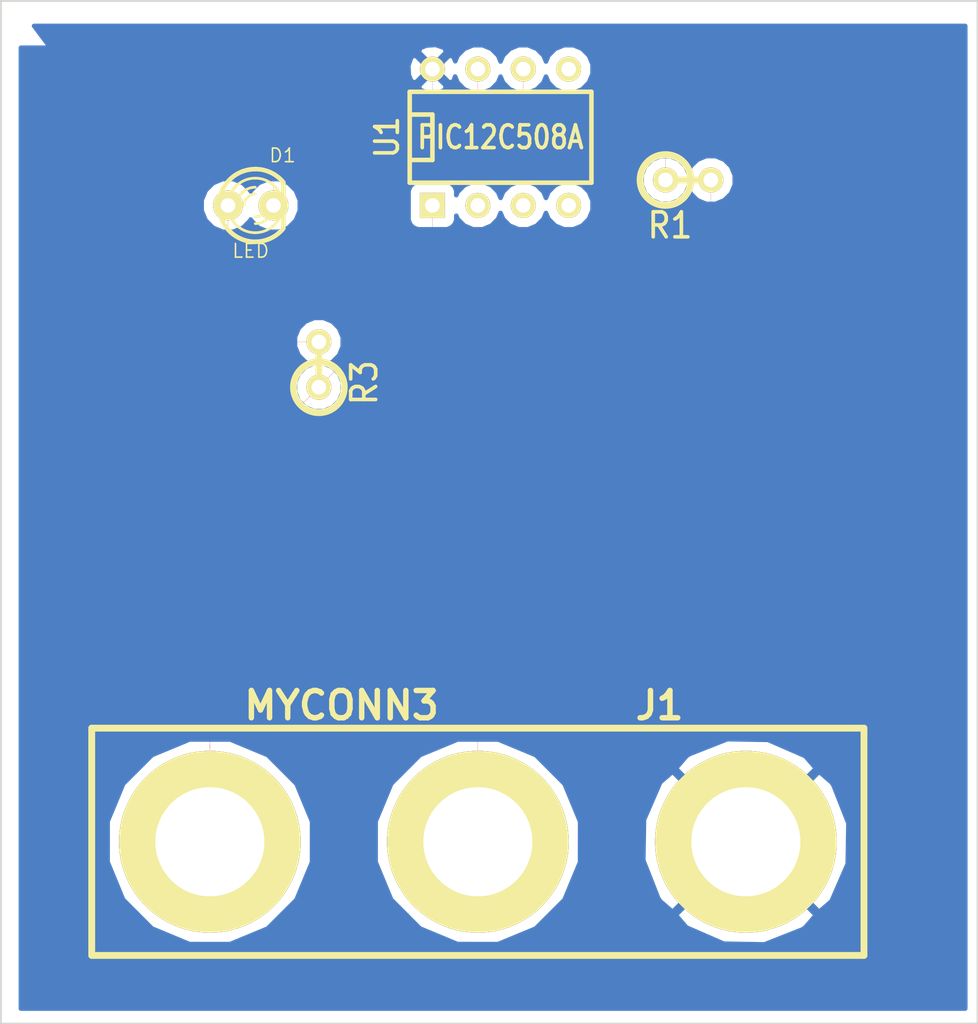
<source format=kicad_pcb>
(kicad_pcb (version 3) (host pcbnew "(22-Jun-2014 BZR 4027)-stable")

  (general
    (links 7)
    (no_connects 0)
    (area 157.429999 52.019999 212.140001 109.270001)
    (thickness 1.6)
    (drawings 4)
    (tracks 30)
    (zones 0)
    (modules 5)
    (nets 7)
  )

  (page A3)
  (layers
    (15 F.Cu signal)
    (0 B.Cu signal)
    (16 B.Adhes user)
    (17 F.Adhes user)
    (18 B.Paste user)
    (19 F.Paste user)
    (20 B.SilkS user)
    (21 F.SilkS user)
    (22 B.Mask user)
    (23 F.Mask user)
    (24 Dwgs.User user)
    (25 Cmts.User user)
    (26 Eco1.User user)
    (27 Eco2.User user)
    (28 Edge.Cuts user)
  )

  (setup
    (last_trace_width 0.01)
    (trace_clearance 0.015)
    (zone_clearance 0.508)
    (zone_45_only yes)
    (trace_min 0)
    (segment_width 0.2)
    (edge_width 0.1)
    (via_size 0.035)
    (via_drill 0.025)
    (via_min_size 0)
    (via_min_drill 0)
    (uvia_size 0.02)
    (uvia_drill 0.005)
    (uvias_allowed no)
    (uvia_min_size 0.02)
    (uvia_min_drill 0.005)
    (pcb_text_width 0.3)
    (pcb_text_size 1.5 1.5)
    (mod_edge_width 0.15)
    (mod_text_size 1 1)
    (mod_text_width 0.15)
    (pad_size 1.5 1.5)
    (pad_drill 0.6)
    (pad_to_mask_clearance 0)
    (aux_axis_origin 0 0)
    (visible_elements FFFFFFBF)
    (pcbplotparams
      (layerselection 3178497)
      (usegerberextensions true)
      (excludeedgelayer true)
      (linewidth 0.150000)
      (plotframeref false)
      (viasonmask false)
      (mode 1)
      (useauxorigin false)
      (hpglpennumber 1)
      (hpglpenspeed 20)
      (hpglpendiameter 15)
      (hpglpenoverlay 2)
      (psnegative false)
      (psa4output false)
      (plotreference true)
      (plotvalue true)
      (plotothertext true)
      (plotinvisibletext false)
      (padsonsilk false)
      (subtractmaskfromsilk false)
      (outputformat 1)
      (mirror false)
      (drillshape 1)
      (scaleselection 1)
      (outputdirectory ""))
  )

  (net 0 "")
  (net 1 /input)
  (net 2 /uctoled)
  (net 3 GND)
  (net 4 N-0000010)
  (net 5 N-000002)
  (net 6 VCC)

  (net_class Default "This is the default net class."
    (clearance 0.015)
    (trace_width 0.01)
    (via_dia 0.035)
    (via_drill 0.025)
    (uvia_dia 0.02)
    (uvia_drill 0.005)
    (add_net "")
    (add_net /input)
    (add_net /uctoled)
    (add_net GND)
    (add_net N-0000010)
    (add_net N-000002)
    (add_net VCC)
  )

  (module R1 (layer F.Cu) (tedit 200000) (tstamp 581811AB)
    (at 175.26 72.39 90)
    (descr "Resistance verticale")
    (tags R)
    (path /58169700)
    (autoplace_cost90 10)
    (autoplace_cost180 10)
    (fp_text reference R3 (at -1.016 2.54 90) (layer F.SilkS)
      (effects (font (size 1.397 1.27) (thickness 0.2032)))
    )
    (fp_text value R (at -1.143 2.54 90) (layer F.SilkS) hide
      (effects (font (size 1.397 1.27) (thickness 0.2032)))
    )
    (fp_line (start -1.27 0) (end 1.27 0) (layer F.SilkS) (width 0.381))
    (fp_circle (center -1.27 0) (end -0.635 1.27) (layer F.SilkS) (width 0.381))
    (pad 1 thru_hole circle (at -1.27 0 90) (size 1.397 1.397) (drill 0.8128)
      (layers *.Cu *.Mask F.SilkS)
      (net 6 VCC)
    )
    (pad 2 thru_hole circle (at 1.27 0 90) (size 1.397 1.397) (drill 0.8128)
      (layers *.Cu *.Mask F.SilkS)
      (net 4 N-0000010)
    )
    (model discret/verti_resistor.wrl
      (at (xyz 0 0 0))
      (scale (xyz 1 1 1))
      (rotate (xyz 0 0 0))
    )
  )

  (module R1 (layer F.Cu) (tedit 200000) (tstamp 581811B3)
    (at 195.9102 62.0776)
    (descr "Resistance verticale")
    (tags R)
    (path /581698A1)
    (autoplace_cost90 10)
    (autoplace_cost180 10)
    (fp_text reference R1 (at -1.016 2.54) (layer F.SilkS)
      (effects (font (size 1.397 1.27) (thickness 0.2032)))
    )
    (fp_text value 100 (at -1.143 2.54) (layer F.SilkS) hide
      (effects (font (size 1.397 1.27) (thickness 0.2032)))
    )
    (fp_line (start -1.27 0) (end 1.27 0) (layer F.SilkS) (width 0.381))
    (fp_circle (center -1.27 0) (end -0.635 1.27) (layer F.SilkS) (width 0.381))
    (pad 1 thru_hole circle (at -1.27 0) (size 1.397 1.397) (drill 0.8128)
      (layers *.Cu *.Mask F.SilkS)
      (net 1 /input)
    )
    (pad 2 thru_hole circle (at 1.27 0) (size 1.397 1.397) (drill 0.8128)
      (layers *.Cu *.Mask F.SilkS)
      (net 5 N-000002)
    )
    (model discret/verti_resistor.wrl
      (at (xyz 0 0 0))
      (scale (xyz 1 1 1))
      (rotate (xyz 0 0 0))
    )
  )

  (module LED-3MM (layer F.Cu) (tedit 50ADE848) (tstamp 581811CC)
    (at 171.45 63.5)
    (descr "LED 3mm - Lead pitch 100mil (2,54mm)")
    (tags "LED led 3mm 3MM 100mil 2,54mm")
    (path /581699E6)
    (fp_text reference D1 (at 1.778 -2.794) (layer F.SilkS)
      (effects (font (size 0.762 0.762) (thickness 0.0889)))
    )
    (fp_text value LED (at 0 2.54) (layer F.SilkS)
      (effects (font (size 0.762 0.762) (thickness 0.0889)))
    )
    (fp_line (start 1.8288 1.27) (end 1.8288 -1.27) (layer F.SilkS) (width 0.254))
    (fp_arc (start 0.254 0) (end -1.27 0) (angle 39.8) (layer F.SilkS) (width 0.1524))
    (fp_arc (start 0.254 0) (end -0.88392 1.01092) (angle 41.6) (layer F.SilkS) (width 0.1524))
    (fp_arc (start 0.254 0) (end 1.4097 -0.9906) (angle 40.6) (layer F.SilkS) (width 0.1524))
    (fp_arc (start 0.254 0) (end 1.778 0) (angle 39.8) (layer F.SilkS) (width 0.1524))
    (fp_arc (start 0.254 0) (end 0.254 -1.524) (angle 54.4) (layer F.SilkS) (width 0.1524))
    (fp_arc (start 0.254 0) (end -0.9652 -0.9144) (angle 53.1) (layer F.SilkS) (width 0.1524))
    (fp_arc (start 0.254 0) (end 1.45542 0.93472) (angle 52.1) (layer F.SilkS) (width 0.1524))
    (fp_arc (start 0.254 0) (end 0.254 1.524) (angle 52.1) (layer F.SilkS) (width 0.1524))
    (fp_arc (start 0.254 0) (end -0.381 0) (angle 90) (layer F.SilkS) (width 0.1524))
    (fp_arc (start 0.254 0) (end -0.762 0) (angle 90) (layer F.SilkS) (width 0.1524))
    (fp_arc (start 0.254 0) (end 0.889 0) (angle 90) (layer F.SilkS) (width 0.1524))
    (fp_arc (start 0.254 0) (end 1.27 0) (angle 90) (layer F.SilkS) (width 0.1524))
    (fp_arc (start 0.254 0) (end 0.254 -2.032) (angle 50.1) (layer F.SilkS) (width 0.254))
    (fp_arc (start 0.254 0) (end -1.5367 -0.95504) (angle 61.9) (layer F.SilkS) (width 0.254))
    (fp_arc (start 0.254 0) (end 1.8034 1.31064) (angle 49.7) (layer F.SilkS) (width 0.254))
    (fp_arc (start 0.254 0) (end 0.254 2.032) (angle 60.2) (layer F.SilkS) (width 0.254))
    (fp_arc (start 0.254 0) (end -1.778 0) (angle 28.3) (layer F.SilkS) (width 0.254))
    (fp_arc (start 0.254 0) (end -1.47574 1.06426) (angle 31.6) (layer F.SilkS) (width 0.254))
    (pad 1 thru_hole circle (at -1.27 0) (size 1.6764 1.6764) (drill 0.8128)
      (layers *.Cu *.Mask F.SilkS)
      (net 4 N-0000010)
    )
    (pad 2 thru_hole circle (at 1.27 0) (size 1.6764 1.6764) (drill 0.8128)
      (layers *.Cu *.Mask F.SilkS)
      (net 2 /uctoled)
    )
    (model discret/leds/led3_vertical_verde.wrl
      (at (xyz 0 0 0))
      (scale (xyz 1 1 1))
      (rotate (xyz 0 0 0))
    )
  )

  (module DIP-8__300 (layer F.Cu) (tedit 43A7F843) (tstamp 581811DF)
    (at 185.42 59.69)
    (descr "8 pins DIL package, round pads")
    (tags DIL)
    (path /58169933)
    (fp_text reference U1 (at -6.35 0 90) (layer F.SilkS)
      (effects (font (size 1.27 1.143) (thickness 0.2032)))
    )
    (fp_text value PIC12C508A (at 0 0) (layer F.SilkS)
      (effects (font (size 1.27 1.016) (thickness 0.2032)))
    )
    (fp_line (start -5.08 -1.27) (end -3.81 -1.27) (layer F.SilkS) (width 0.254))
    (fp_line (start -3.81 -1.27) (end -3.81 1.27) (layer F.SilkS) (width 0.254))
    (fp_line (start -3.81 1.27) (end -5.08 1.27) (layer F.SilkS) (width 0.254))
    (fp_line (start -5.08 -2.54) (end 5.08 -2.54) (layer F.SilkS) (width 0.254))
    (fp_line (start 5.08 -2.54) (end 5.08 2.54) (layer F.SilkS) (width 0.254))
    (fp_line (start 5.08 2.54) (end -5.08 2.54) (layer F.SilkS) (width 0.254))
    (fp_line (start -5.08 2.54) (end -5.08 -2.54) (layer F.SilkS) (width 0.254))
    (pad 1 thru_hole rect (at -3.81 3.81) (size 1.397 1.397) (drill 0.8128)
      (layers *.Cu *.Mask F.SilkS)
      (net 6 VCC)
    )
    (pad 2 thru_hole circle (at -1.27 3.81) (size 1.397 1.397) (drill 0.8128)
      (layers *.Cu *.Mask F.SilkS)
    )
    (pad 3 thru_hole circle (at 1.27 3.81) (size 1.397 1.397) (drill 0.8128)
      (layers *.Cu *.Mask F.SilkS)
    )
    (pad 4 thru_hole circle (at 3.81 3.81) (size 1.397 1.397) (drill 0.8128)
      (layers *.Cu *.Mask F.SilkS)
    )
    (pad 5 thru_hole circle (at 3.81 -3.81) (size 1.397 1.397) (drill 0.8128)
      (layers *.Cu *.Mask F.SilkS)
    )
    (pad 6 thru_hole circle (at 1.27 -3.81) (size 1.397 1.397) (drill 0.8128)
      (layers *.Cu *.Mask F.SilkS)
      (net 1 /input)
    )
    (pad 7 thru_hole circle (at -1.27 -3.81) (size 1.397 1.397) (drill 0.8128)
      (layers *.Cu *.Mask F.SilkS)
      (net 2 /uctoled)
    )
    (pad 8 thru_hole circle (at -3.81 -3.81) (size 1.397 1.397) (drill 0.8128)
      (layers *.Cu *.Mask F.SilkS)
      (net 3 GND)
    )
    (model dil/dil_8.wrl
      (at (xyz 0 0 0))
      (scale (xyz 1 1 1))
      (rotate (xyz 0 0 0))
    )
  )

  (module 3PIN_6mm (layer F.Cu) (tedit 200000) (tstamp 581811EA)
    (at 184.15 99.06)
    (descr "module 2 pin (trou 6 mm)")
    (tags DEV)
    (path /5816BA9F)
    (fp_text reference J1 (at 10.16 -7.62) (layer F.SilkS)
      (effects (font (size 1.524 1.524) (thickness 0.3048)))
    )
    (fp_text value MYCONN3 (at -7.62 -7.62) (layer F.SilkS)
      (effects (font (size 1.524 1.524) (thickness 0.3048)))
    )
    (fp_line (start -21.59 -6.35) (end 21.59 -6.35) (layer F.SilkS) (width 0.381))
    (fp_line (start 21.59 -6.35) (end 21.59 6.35) (layer F.SilkS) (width 0.381))
    (fp_line (start 21.59 6.35) (end -21.59 6.35) (layer F.SilkS) (width 0.381))
    (fp_line (start -21.59 6.35) (end -21.59 -6.35) (layer F.SilkS) (width 0.381))
    (pad 1 thru_hole circle (at -14.986 0) (size 10.16 10.16) (drill 6.096)
      (layers *.Cu *.Mask F.SilkS)
      (net 6 VCC)
    )
    (pad 3 thru_hole circle (at 14.986 0) (size 10.16 10.16) (drill 6.096)
      (layers *.Cu *.Mask F.SilkS)
      (net 3 GND)
    )
    (pad 2 thru_hole circle (at 0 0) (size 10.16 10.16) (drill 6.096)
      (layers *.Cu *.Mask F.SilkS)
      (net 5 N-000002)
    )
    (model "device/douille_4mm(black).wrl"
      (at (xyz 0 0 0))
      (scale (xyz 1.8 1.8 1.8))
      (rotate (xyz 0 0 0))
    )
    (model "device/douille_4mm(red).wrl"
      (at (xyz -0.59 0 0))
      (scale (xyz 1.8 1.8 1.8))
      (rotate (xyz 0 0 0))
    )
    (model "device/douille_4mm(green).wrl"
      (at (xyz 0.59 0 0))
      (scale (xyz 1.8 1.8 1.8))
      (rotate (xyz 0 0 0))
    )
  )

  (gr_line (start 157.48 109.22) (end 157.48 52.07) (angle 90) (layer Edge.Cuts) (width 0.1))
  (gr_line (start 212.09 109.22) (end 157.48 109.22) (angle 90) (layer Edge.Cuts) (width 0.1))
  (gr_line (start 212.09 52.07) (end 212.09 109.22) (angle 90) (layer Edge.Cuts) (width 0.1))
  (gr_line (start 157.48 52.07) (end 212.09 52.07) (angle 90) (layer Edge.Cuts) (width 0.1))

  (segment (start 186.69 55.88) (end 186.69 58.0136) (width 0.01) (layer F.Cu) (net 1))
  (segment (start 194.6402 59.3852) (end 194.6402 62.0776) (width 0.01) (layer F.Cu) (net 1) (tstamp 58195FFC))
  (segment (start 194.691 59.3344) (end 194.6402 59.3852) (width 0.01) (layer F.Cu) (net 1) (tstamp 58195FEE))
  (segment (start 188.0108 59.3344) (end 194.691 59.3344) (width 0.01) (layer F.Cu) (net 1) (tstamp 58195FDE))
  (segment (start 186.69 58.0136) (end 188.0108 59.3344) (width 0.01) (layer F.Cu) (net 1) (tstamp 58195FDB))
  (segment (start 172.72 63.5) (end 172.72 60.2996) (width 0.01) (layer F.Cu) (net 2))
  (segment (start 184.15 58.6486) (end 184.15 55.88) (width 0.01) (layer F.Cu) (net 2) (tstamp 58195FAE))
  (segment (start 184.023 58.7756) (end 184.15 58.6486) (width 0.01) (layer F.Cu) (net 2) (tstamp 58195FA0))
  (segment (start 174.244 58.7756) (end 184.023 58.7756) (width 0.01) (layer F.Cu) (net 2) (tstamp 58195F9A))
  (segment (start 172.72 60.2996) (end 174.244 58.7756) (width 0.01) (layer F.Cu) (net 2) (tstamp 58195F93))
  (segment (start 181.61 55.88) (end 181.61 56.9722) (width 0.01) (layer B.Cu) (net 3))
  (segment (start 191.8462 91.7702) (end 199.136 99.06) (width 0.01) (layer B.Cu) (net 3) (tstamp 581960D7))
  (segment (start 191.8462 61.4426) (end 191.8462 91.7702) (width 0.01) (layer B.Cu) (net 3) (tstamp 581960D0))
  (segment (start 191.7446 61.341) (end 191.8462 61.4426) (width 0.01) (layer B.Cu) (net 3) (tstamp 581960C8))
  (segment (start 185.9788 61.341) (end 191.7446 61.341) (width 0.01) (layer B.Cu) (net 3) (tstamp 581960C4))
  (segment (start 181.61 56.9722) (end 185.9788 61.341) (width 0.01) (layer B.Cu) (net 3) (tstamp 581960B5))
  (segment (start 175.26 71.12) (end 170.3324 71.12) (width 0.01) (layer F.Cu) (net 4))
  (segment (start 170.18 70.9676) (end 170.18 63.5) (width 0.01) (layer F.Cu) (net 4) (tstamp 58195F3A))
  (segment (start 170.3324 71.12) (end 170.18 70.9676) (width 0.01) (layer F.Cu) (net 4) (tstamp 58195F29))
  (segment (start 184.15 99.06) (end 184.15 80.5942) (width 0.01) (layer F.Cu) (net 5))
  (segment (start 197.1802 67.564) (end 197.1802 62.0776) (width 0.01) (layer F.Cu) (net 5) (tstamp 5819603B))
  (segment (start 184.15 80.5942) (end 197.1802 67.564) (width 0.01) (layer F.Cu) (net 5) (tstamp 5819602A))
  (segment (start 174.7139 74.2061) (end 175.26 73.66) (width 0.01) (layer F.Cu) (net 6))
  (segment (start 169.164 93.853) (end 169.164 93.6752) (width 0.01) (layer F.Cu) (net 6))
  (segment (start 169.164 93.6752) (end 169.1386 93.6498) (width 0.01) (layer F.Cu) (net 6) (tstamp 5819613D))
  (segment (start 169.164 99.06) (end 169.164 93.853) (width 0.01) (layer F.Cu) (net 6))
  (segment (start 169.164 93.853) (end 169.164 79.756) (width 0.01) (layer F.Cu) (net 6) (tstamp 5819613B))
  (segment (start 181.61 67.31) (end 181.61 63.5) (width 0.01) (layer F.Cu) (net 6) (tstamp 58195F0B))
  (segment (start 169.164 79.756) (end 174.7139 74.2061) (width 0.01) (layer F.Cu) (net 6) (tstamp 58195F00))
  (segment (start 174.7139 74.2061) (end 181.61 67.31) (width 0.01) (layer F.Cu) (net 6) (tstamp 58196168))

  (zone (net 3) (net_name GND) (layer B.Cu) (tstamp 581AB3AB) (hatch edge 0.508)
    (connect_pads (clearance 0.508))
    (min_thickness 0.254)
    (fill (arc_segments 16) (thermal_gap 0.508) (thermal_bridge_width 0.508))
    (polygon
      (pts
        (xy 159.0802 53.34) (xy 211.8106 53.34) (xy 211.8106 108.5088) (xy 158.4706 108.5088) (xy 158.4706 54.5592)
        (xy 159.9946 54.5592)
      )
    )
    (filled_polygon
      (pts
        (xy 211.405 108.3818) (xy 204.869988 108.3818) (xy 204.869988 98.023241) (xy 204.036764 95.907857) (xy 203.92364 95.738557)
        (xy 203.232828 95.142777) (xy 203.053223 95.322382) (xy 203.053223 94.963172) (xy 202.457443 94.27236) (xy 200.372462 93.365736)
        (xy 198.51393 93.333258) (xy 198.51393 61.813514) (xy 198.311345 61.32322) (xy 197.936553 60.947774) (xy 197.446613 60.744333)
        (xy 196.916114 60.74387) (xy 196.42582 60.946455) (xy 196.050374 61.321247) (xy 195.910106 61.659048) (xy 195.771345 61.32322)
        (xy 195.396553 60.947774) (xy 194.906613 60.744333) (xy 194.376114 60.74387) (xy 193.88582 60.946455) (xy 193.510374 61.321247)
        (xy 193.306933 61.811187) (xy 193.30647 62.341686) (xy 193.509055 62.83198) (xy 193.883847 63.207426) (xy 194.373787 63.410867)
        (xy 194.904286 63.41133) (xy 195.39458 63.208745) (xy 195.770026 62.833953) (xy 195.910293 62.496151) (xy 196.049055 62.83198)
        (xy 196.423847 63.207426) (xy 196.913787 63.410867) (xy 197.444286 63.41133) (xy 197.93458 63.208745) (xy 198.310026 62.833953)
        (xy 198.513467 62.344013) (xy 198.51393 61.813514) (xy 198.51393 93.333258) (xy 198.099241 93.326012) (xy 195.983857 94.159236)
        (xy 195.814557 94.27236) (xy 195.218777 94.963172) (xy 199.136 98.880395) (xy 203.053223 94.963172) (xy 203.053223 95.322382)
        (xy 199.315605 99.06) (xy 203.232828 102.977223) (xy 203.92364 102.381443) (xy 204.830264 100.296462) (xy 204.869988 98.023241)
        (xy 204.869988 108.3818) (xy 203.053223 108.3818) (xy 203.053223 103.156828) (xy 199.136 99.239605) (xy 198.956395 99.41921)
        (xy 198.956395 99.06) (xy 195.039172 95.142777) (xy 194.34836 95.738557) (xy 193.441736 97.823538) (xy 193.402012 100.096759)
        (xy 194.235236 102.212143) (xy 194.34836 102.381443) (xy 195.039172 102.977223) (xy 198.956395 99.06) (xy 198.956395 99.41921)
        (xy 195.218777 103.156828) (xy 195.814557 103.84764) (xy 197.899538 104.754264) (xy 200.172759 104.793988) (xy 202.288143 103.960764)
        (xy 202.457443 103.84764) (xy 203.053223 103.156828) (xy 203.053223 108.3818) (xy 190.56373 108.3818) (xy 190.56373 63.235914)
        (xy 190.56373 55.615914) (xy 190.361145 55.12562) (xy 189.986353 54.750174) (xy 189.496413 54.546733) (xy 188.965914 54.54627)
        (xy 188.47562 54.748855) (xy 188.100174 55.123647) (xy 187.959906 55.461448) (xy 187.821145 55.12562) (xy 187.446353 54.750174)
        (xy 186.956413 54.546733) (xy 186.425914 54.54627) (xy 185.93562 54.748855) (xy 185.560174 55.123647) (xy 185.419906 55.461448)
        (xy 185.281145 55.12562) (xy 184.906353 54.750174) (xy 184.416413 54.546733) (xy 183.885914 54.54627) (xy 183.39562 54.748855)
        (xy 183.020174 55.123647) (xy 182.886685 55.445122) (xy 182.779798 55.187072) (xy 182.544186 55.125419) (xy 182.364581 55.305024)
        (xy 182.364581 54.945814) (xy 182.302928 54.710202) (xy 181.80252 54.534076) (xy 181.272802 54.562854) (xy 180.917072 54.710202)
        (xy 180.855419 54.945814) (xy 181.61 55.700395) (xy 182.364581 54.945814) (xy 182.364581 55.305024) (xy 181.789605 55.88)
        (xy 182.544186 56.634581) (xy 182.779798 56.572928) (xy 182.878082 56.293683) (xy 183.018855 56.63438) (xy 183.393647 57.009826)
        (xy 183.883587 57.213267) (xy 184.414086 57.21373) (xy 184.90438 57.011145) (xy 185.279826 56.636353) (xy 185.420093 56.298551)
        (xy 185.558855 56.63438) (xy 185.933647 57.009826) (xy 186.423587 57.213267) (xy 186.954086 57.21373) (xy 187.44438 57.011145)
        (xy 187.819826 56.636353) (xy 187.960093 56.298551) (xy 188.098855 56.63438) (xy 188.473647 57.009826) (xy 188.963587 57.213267)
        (xy 189.494086 57.21373) (xy 189.98438 57.011145) (xy 190.359826 56.636353) (xy 190.563267 56.146413) (xy 190.56373 55.615914)
        (xy 190.56373 63.235914) (xy 190.361145 62.74562) (xy 189.986353 62.370174) (xy 189.496413 62.166733) (xy 188.965914 62.16627)
        (xy 188.47562 62.368855) (xy 188.100174 62.743647) (xy 187.959906 63.081448) (xy 187.821145 62.74562) (xy 187.446353 62.370174)
        (xy 186.956413 62.166733) (xy 186.425914 62.16627) (xy 185.93562 62.368855) (xy 185.560174 62.743647) (xy 185.419906 63.081448)
        (xy 185.281145 62.74562) (xy 184.906353 62.370174) (xy 184.416413 62.166733) (xy 183.885914 62.16627) (xy 183.39562 62.368855)
        (xy 183.020174 62.743647) (xy 182.94361 62.928033) (xy 182.94361 62.675745) (xy 182.847141 62.442271) (xy 182.668668 62.263487)
        (xy 182.435364 62.166611) (xy 182.364581 62.166549) (xy 182.364581 56.814186) (xy 181.61 56.059605) (xy 181.430395 56.23921)
        (xy 181.430395 55.88) (xy 180.675814 55.125419) (xy 180.440202 55.187072) (xy 180.264076 55.68748) (xy 180.292854 56.217198)
        (xy 180.440202 56.572928) (xy 180.675814 56.634581) (xy 181.430395 55.88) (xy 181.430395 56.23921) (xy 180.855419 56.814186)
        (xy 180.917072 57.049798) (xy 181.41748 57.225924) (xy 181.947198 57.197146) (xy 182.302928 57.049798) (xy 182.364581 56.814186)
        (xy 182.364581 62.166549) (xy 182.182745 62.16639) (xy 180.785745 62.16639) (xy 180.552271 62.262859) (xy 180.373487 62.441332)
        (xy 180.276611 62.674636) (xy 180.27639 62.927255) (xy 180.27639 64.324255) (xy 180.372859 64.557729) (xy 180.551332 64.736513)
        (xy 180.784636 64.833389) (xy 181.037255 64.83361) (xy 182.434255 64.83361) (xy 182.667729 64.737141) (xy 182.846513 64.558668)
        (xy 182.943389 64.325364) (xy 182.94361 64.072745) (xy 182.94361 64.072272) (xy 183.018855 64.25438) (xy 183.393647 64.629826)
        (xy 183.883587 64.833267) (xy 184.414086 64.83373) (xy 184.90438 64.631145) (xy 185.279826 64.256353) (xy 185.420093 63.918551)
        (xy 185.558855 64.25438) (xy 185.933647 64.629826) (xy 186.423587 64.833267) (xy 186.954086 64.83373) (xy 187.44438 64.631145)
        (xy 187.819826 64.256353) (xy 187.960093 63.918551) (xy 188.098855 64.25438) (xy 188.473647 64.629826) (xy 188.963587 64.833267)
        (xy 189.494086 64.83373) (xy 189.98438 64.631145) (xy 190.359826 64.256353) (xy 190.563267 63.766413) (xy 190.56373 63.235914)
        (xy 190.56373 108.3818) (xy 189.865989 108.3818) (xy 189.865989 97.928204) (xy 188.997766 95.826942) (xy 187.391514 94.217884)
        (xy 185.291771 93.345995) (xy 183.018204 93.344011) (xy 180.916942 94.212234) (xy 179.307884 95.818486) (xy 178.435995 97.918229)
        (xy 178.434011 100.191796) (xy 179.302234 102.293058) (xy 180.908486 103.902116) (xy 183.008229 104.774005) (xy 185.281796 104.775989)
        (xy 187.383058 103.907766) (xy 188.992116 102.301514) (xy 189.864005 100.201771) (xy 189.865989 97.928204) (xy 189.865989 108.3818)
        (xy 176.59373 108.3818) (xy 176.59373 73.395914) (xy 176.391145 72.90562) (xy 176.016353 72.530174) (xy 175.678551 72.389906)
        (xy 176.01438 72.251145) (xy 176.389826 71.876353) (xy 176.593267 71.386413) (xy 176.59373 70.855914) (xy 176.391145 70.36562)
        (xy 176.016353 69.990174) (xy 175.526413 69.786733) (xy 174.995914 69.78627) (xy 174.50562 69.988855) (xy 174.193454 70.300477)
        (xy 174.193454 63.208248) (xy 173.969646 62.66659) (xy 173.55559 62.251811) (xy 173.014323 62.027057) (xy 172.428248 62.026546)
        (xy 171.88659 62.250354) (xy 171.471811 62.66441) (xy 171.450224 62.716394) (xy 171.429646 62.66659) (xy 171.01559 62.251811)
        (xy 170.474323 62.027057) (xy 169.888248 62.026546) (xy 169.34659 62.250354) (xy 168.931811 62.66441) (xy 168.707057 63.205677)
        (xy 168.706546 63.791752) (xy 168.930354 64.33341) (xy 169.34441 64.748189) (xy 169.885677 64.972943) (xy 170.471752 64.973454)
        (xy 171.01341 64.749646) (xy 171.428189 64.33559) (xy 171.449775 64.283605) (xy 171.470354 64.33341) (xy 171.88441 64.748189)
        (xy 172.425677 64.972943) (xy 173.011752 64.973454) (xy 173.55341 64.749646) (xy 173.968189 64.33559) (xy 174.192943 63.794323)
        (xy 174.193454 63.208248) (xy 174.193454 70.300477) (xy 174.130174 70.363647) (xy 173.926733 70.853587) (xy 173.92627 71.384086)
        (xy 174.128855 71.87438) (xy 174.503647 72.249826) (xy 174.841448 72.390093) (xy 174.50562 72.528855) (xy 174.130174 72.903647)
        (xy 173.926733 73.393587) (xy 173.92627 73.924086) (xy 174.128855 74.41438) (xy 174.503647 74.789826) (xy 174.993587 74.993267)
        (xy 175.524086 74.99373) (xy 176.01438 74.791145) (xy 176.389826 74.416353) (xy 176.593267 73.926413) (xy 176.59373 73.395914)
        (xy 176.59373 108.3818) (xy 174.879989 108.3818) (xy 174.879989 97.928204) (xy 174.011766 95.826942) (xy 172.405514 94.217884)
        (xy 170.305771 93.345995) (xy 168.032204 93.344011) (xy 165.930942 94.212234) (xy 164.321884 95.818486) (xy 163.449995 97.918229)
        (xy 163.448011 100.191796) (xy 164.316234 102.293058) (xy 165.922486 103.902116) (xy 168.022229 104.774005) (xy 170.295796 104.775989)
        (xy 172.397058 103.907766) (xy 174.006116 102.301514) (xy 174.878005 100.201771) (xy 174.879989 97.928204) (xy 174.879989 108.3818)
        (xy 158.5976 108.3818) (xy 158.5976 54.6862) (xy 160.2486 54.6862) (xy 159.3342 53.467) (xy 211.405 53.467)
        (xy 211.405 108.3818)
      )
    )
  )
)

</source>
